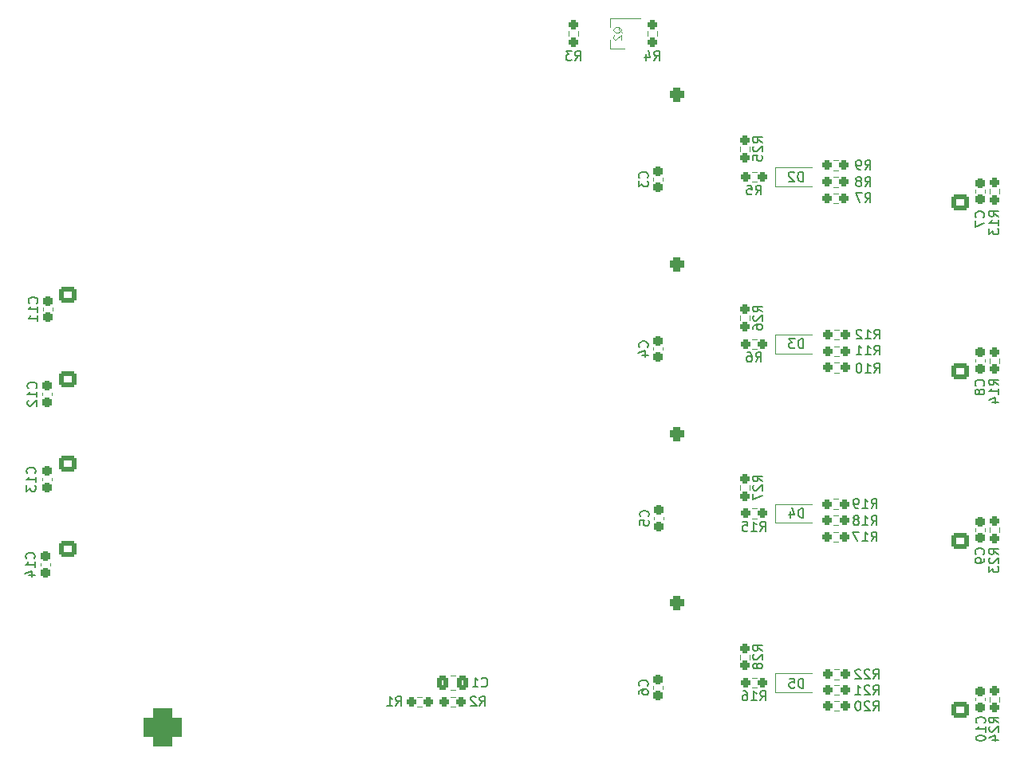
<source format=gbo>
%TF.GenerationSoftware,KiCad,Pcbnew,(6.0.11)*%
%TF.CreationDate,2023-08-03T09:01:04+09:00*%
%TF.ProjectId,power,706f7765-722e-46b6-9963-61645f706362,rev?*%
%TF.SameCoordinates,Original*%
%TF.FileFunction,Legend,Bot*%
%TF.FilePolarity,Positive*%
%FSLAX46Y46*%
G04 Gerber Fmt 4.6, Leading zero omitted, Abs format (unit mm)*
G04 Created by KiCad (PCBNEW (6.0.11)) date 2023-08-03 09:01:04*
%MOMM*%
%LPD*%
G01*
G04 APERTURE LIST*
G04 Aperture macros list*
%AMRoundRect*
0 Rectangle with rounded corners*
0 $1 Rounding radius*
0 $2 $3 $4 $5 $6 $7 $8 $9 X,Y pos of 4 corners*
0 Add a 4 corners polygon primitive as box body*
4,1,4,$2,$3,$4,$5,$6,$7,$8,$9,$2,$3,0*
0 Add four circle primitives for the rounded corners*
1,1,$1+$1,$2,$3*
1,1,$1+$1,$4,$5*
1,1,$1+$1,$6,$7*
1,1,$1+$1,$8,$9*
0 Add four rect primitives between the rounded corners*
20,1,$1+$1,$2,$3,$4,$5,0*
20,1,$1+$1,$4,$5,$6,$7,0*
20,1,$1+$1,$6,$7,$8,$9,0*
20,1,$1+$1,$8,$9,$2,$3,0*%
G04 Aperture macros list end*
%ADD10C,0.150000*%
%ADD11C,0.120000*%
%ADD12C,1.400000*%
%ADD13R,3.500000X3.500000*%
%ADD14C,3.500000*%
%ADD15RoundRect,0.250000X0.675000X-0.600000X0.675000X0.600000X-0.675000X0.600000X-0.675000X-0.600000X0*%
%ADD16O,1.850000X1.700000*%
%ADD17RoundRect,0.381000X-0.381000X-0.381000X0.381000X-0.381000X0.381000X0.381000X-0.381000X0.381000X0*%
%ADD18C,1.524000*%
%ADD19RoundRect,0.250000X-0.675000X0.600000X-0.675000X-0.600000X0.675000X-0.600000X0.675000X0.600000X0*%
%ADD20C,2.780000*%
%ADD21R,1.600000X1.600000*%
%ADD22O,1.600000X1.600000*%
%ADD23O,4.000000X1.524000*%
%ADD24R,2.000000X0.900000*%
%ADD25RoundRect,1.025000X1.025000X-1.025000X1.025000X1.025000X-1.025000X1.025000X-1.025000X-1.025000X0*%
%ADD26C,4.100000*%
%ADD27RoundRect,0.237500X0.237500X-0.300000X0.237500X0.300000X-0.237500X0.300000X-0.237500X-0.300000X0*%
%ADD28RoundRect,0.237500X-0.250000X-0.237500X0.250000X-0.237500X0.250000X0.237500X-0.250000X0.237500X0*%
%ADD29RoundRect,0.237500X0.237500X-0.250000X0.237500X0.250000X-0.237500X0.250000X-0.237500X-0.250000X0*%
%ADD30RoundRect,0.237500X0.250000X0.237500X-0.250000X0.237500X-0.250000X-0.237500X0.250000X-0.237500X0*%
%ADD31R,0.900000X1.200000*%
%ADD32RoundRect,0.237500X-0.237500X0.250000X-0.237500X-0.250000X0.237500X-0.250000X0.237500X0.250000X0*%
%ADD33R,1.900000X0.800000*%
%ADD34RoundRect,0.250000X-0.337500X-0.475000X0.337500X-0.475000X0.337500X0.475000X-0.337500X0.475000X0*%
G04 APERTURE END LIST*
D10*
%TO.C,C12*%
X101207142Y-100424642D02*
X101254761Y-100377023D01*
X101302380Y-100234166D01*
X101302380Y-100138928D01*
X101254761Y-99996071D01*
X101159523Y-99900833D01*
X101064285Y-99853214D01*
X100873809Y-99805595D01*
X100730952Y-99805595D01*
X100540476Y-99853214D01*
X100445238Y-99900833D01*
X100350000Y-99996071D01*
X100302380Y-100138928D01*
X100302380Y-100234166D01*
X100350000Y-100377023D01*
X100397619Y-100424642D01*
X101302380Y-101377023D02*
X101302380Y-100805595D01*
X101302380Y-101091309D02*
X100302380Y-101091309D01*
X100445238Y-100996071D01*
X100540476Y-100900833D01*
X100588095Y-100805595D01*
X100397619Y-101757976D02*
X100350000Y-101805595D01*
X100302380Y-101900833D01*
X100302380Y-102138928D01*
X100350000Y-102234166D01*
X100397619Y-102281785D01*
X100492857Y-102329404D01*
X100588095Y-102329404D01*
X100730952Y-102281785D01*
X101302380Y-101710357D01*
X101302380Y-102329404D01*
%TO.C,R2*%
X148316666Y-134202380D02*
X148650000Y-133726190D01*
X148888095Y-134202380D02*
X148888095Y-133202380D01*
X148507142Y-133202380D01*
X148411904Y-133250000D01*
X148364285Y-133297619D01*
X148316666Y-133392857D01*
X148316666Y-133535714D01*
X148364285Y-133630952D01*
X148411904Y-133678571D01*
X148507142Y-133726190D01*
X148888095Y-133726190D01*
X147935714Y-133297619D02*
X147888095Y-133250000D01*
X147792857Y-133202380D01*
X147554761Y-133202380D01*
X147459523Y-133250000D01*
X147411904Y-133297619D01*
X147364285Y-133392857D01*
X147364285Y-133488095D01*
X147411904Y-133630952D01*
X147983333Y-134202380D01*
X147364285Y-134202380D01*
%TO.C,C4*%
X166107142Y-96083333D02*
X166154761Y-96035714D01*
X166202380Y-95892857D01*
X166202380Y-95797619D01*
X166154761Y-95654761D01*
X166059523Y-95559523D01*
X165964285Y-95511904D01*
X165773809Y-95464285D01*
X165630952Y-95464285D01*
X165440476Y-95511904D01*
X165345238Y-95559523D01*
X165250000Y-95654761D01*
X165202380Y-95797619D01*
X165202380Y-95892857D01*
X165250000Y-96035714D01*
X165297619Y-96083333D01*
X165535714Y-96940476D02*
X166202380Y-96940476D01*
X165154761Y-96702380D02*
X165869047Y-96464285D01*
X165869047Y-97083333D01*
%TO.C,R3*%
X158416666Y-65602380D02*
X158750000Y-65126190D01*
X158988095Y-65602380D02*
X158988095Y-64602380D01*
X158607142Y-64602380D01*
X158511904Y-64650000D01*
X158464285Y-64697619D01*
X158416666Y-64792857D01*
X158416666Y-64935714D01*
X158464285Y-65030952D01*
X158511904Y-65078571D01*
X158607142Y-65126190D01*
X158988095Y-65126190D01*
X158083333Y-64602380D02*
X157464285Y-64602380D01*
X157797619Y-64983333D01*
X157654761Y-64983333D01*
X157559523Y-65030952D01*
X157511904Y-65078571D01*
X157464285Y-65173809D01*
X157464285Y-65411904D01*
X157511904Y-65507142D01*
X157559523Y-65554761D01*
X157654761Y-65602380D01*
X157940476Y-65602380D01*
X158035714Y-65554761D01*
X158083333Y-65507142D01*
%TO.C,R12*%
X190192857Y-95202380D02*
X190526190Y-94726190D01*
X190764285Y-95202380D02*
X190764285Y-94202380D01*
X190383333Y-94202380D01*
X190288095Y-94250000D01*
X190240476Y-94297619D01*
X190192857Y-94392857D01*
X190192857Y-94535714D01*
X190240476Y-94630952D01*
X190288095Y-94678571D01*
X190383333Y-94726190D01*
X190764285Y-94726190D01*
X189240476Y-95202380D02*
X189811904Y-95202380D01*
X189526190Y-95202380D02*
X189526190Y-94202380D01*
X189621428Y-94345238D01*
X189716666Y-94440476D01*
X189811904Y-94488095D01*
X188859523Y-94297619D02*
X188811904Y-94250000D01*
X188716666Y-94202380D01*
X188478571Y-94202380D01*
X188383333Y-94250000D01*
X188335714Y-94297619D01*
X188288095Y-94392857D01*
X188288095Y-94488095D01*
X188335714Y-94630952D01*
X188907142Y-95202380D01*
X188288095Y-95202380D01*
%TO.C,D4*%
X182688095Y-114202380D02*
X182688095Y-113202380D01*
X182450000Y-113202380D01*
X182307142Y-113250000D01*
X182211904Y-113345238D01*
X182164285Y-113440476D01*
X182116666Y-113630952D01*
X182116666Y-113773809D01*
X182164285Y-113964285D01*
X182211904Y-114059523D01*
X182307142Y-114154761D01*
X182450000Y-114202380D01*
X182688095Y-114202380D01*
X181259523Y-113535714D02*
X181259523Y-114202380D01*
X181497619Y-113154761D02*
X181735714Y-113869047D01*
X181116666Y-113869047D01*
%TO.C,R27*%
X178332380Y-110357142D02*
X177856190Y-110023809D01*
X178332380Y-109785714D02*
X177332380Y-109785714D01*
X177332380Y-110166666D01*
X177380000Y-110261904D01*
X177427619Y-110309523D01*
X177522857Y-110357142D01*
X177665714Y-110357142D01*
X177760952Y-110309523D01*
X177808571Y-110261904D01*
X177856190Y-110166666D01*
X177856190Y-109785714D01*
X177427619Y-110738095D02*
X177380000Y-110785714D01*
X177332380Y-110880952D01*
X177332380Y-111119047D01*
X177380000Y-111214285D01*
X177427619Y-111261904D01*
X177522857Y-111309523D01*
X177618095Y-111309523D01*
X177760952Y-111261904D01*
X178332380Y-110690476D01*
X178332380Y-111309523D01*
X177332380Y-111642857D02*
X177332380Y-112309523D01*
X178332380Y-111880952D01*
%TO.C,R20*%
X190092857Y-134702380D02*
X190426190Y-134226190D01*
X190664285Y-134702380D02*
X190664285Y-133702380D01*
X190283333Y-133702380D01*
X190188095Y-133750000D01*
X190140476Y-133797619D01*
X190092857Y-133892857D01*
X190092857Y-134035714D01*
X190140476Y-134130952D01*
X190188095Y-134178571D01*
X190283333Y-134226190D01*
X190664285Y-134226190D01*
X189711904Y-133797619D02*
X189664285Y-133750000D01*
X189569047Y-133702380D01*
X189330952Y-133702380D01*
X189235714Y-133750000D01*
X189188095Y-133797619D01*
X189140476Y-133892857D01*
X189140476Y-133988095D01*
X189188095Y-134130952D01*
X189759523Y-134702380D01*
X189140476Y-134702380D01*
X188521428Y-133702380D02*
X188426190Y-133702380D01*
X188330952Y-133750000D01*
X188283333Y-133797619D01*
X188235714Y-133892857D01*
X188188095Y-134083333D01*
X188188095Y-134321428D01*
X188235714Y-134511904D01*
X188283333Y-134607142D01*
X188330952Y-134654761D01*
X188426190Y-134702380D01*
X188521428Y-134702380D01*
X188616666Y-134654761D01*
X188664285Y-134607142D01*
X188711904Y-134511904D01*
X188759523Y-134321428D01*
X188759523Y-134083333D01*
X188711904Y-133892857D01*
X188664285Y-133797619D01*
X188616666Y-133750000D01*
X188521428Y-133702380D01*
%TO.C,R25*%
X178332380Y-74357142D02*
X177856190Y-74023809D01*
X178332380Y-73785714D02*
X177332380Y-73785714D01*
X177332380Y-74166666D01*
X177380000Y-74261904D01*
X177427619Y-74309523D01*
X177522857Y-74357142D01*
X177665714Y-74357142D01*
X177760952Y-74309523D01*
X177808571Y-74261904D01*
X177856190Y-74166666D01*
X177856190Y-73785714D01*
X177427619Y-74738095D02*
X177380000Y-74785714D01*
X177332380Y-74880952D01*
X177332380Y-75119047D01*
X177380000Y-75214285D01*
X177427619Y-75261904D01*
X177522857Y-75309523D01*
X177618095Y-75309523D01*
X177760952Y-75261904D01*
X178332380Y-74690476D01*
X178332380Y-75309523D01*
X177332380Y-76214285D02*
X177332380Y-75738095D01*
X177808571Y-75690476D01*
X177760952Y-75738095D01*
X177713333Y-75833333D01*
X177713333Y-76071428D01*
X177760952Y-76166666D01*
X177808571Y-76214285D01*
X177903809Y-76261904D01*
X178141904Y-76261904D01*
X178237142Y-76214285D01*
X178284761Y-76166666D01*
X178332380Y-76071428D01*
X178332380Y-75833333D01*
X178284761Y-75738095D01*
X178237142Y-75690476D01*
%TO.C,R4*%
X166816666Y-65602380D02*
X167150000Y-65126190D01*
X167388095Y-65602380D02*
X167388095Y-64602380D01*
X167007142Y-64602380D01*
X166911904Y-64650000D01*
X166864285Y-64697619D01*
X166816666Y-64792857D01*
X166816666Y-64935714D01*
X166864285Y-65030952D01*
X166911904Y-65078571D01*
X167007142Y-65126190D01*
X167388095Y-65126190D01*
X165959523Y-64935714D02*
X165959523Y-65602380D01*
X166197619Y-64554761D02*
X166435714Y-65269047D01*
X165816666Y-65269047D01*
%TO.C,R18*%
X189892857Y-115002380D02*
X190226190Y-114526190D01*
X190464285Y-115002380D02*
X190464285Y-114002380D01*
X190083333Y-114002380D01*
X189988095Y-114050000D01*
X189940476Y-114097619D01*
X189892857Y-114192857D01*
X189892857Y-114335714D01*
X189940476Y-114430952D01*
X189988095Y-114478571D01*
X190083333Y-114526190D01*
X190464285Y-114526190D01*
X188940476Y-115002380D02*
X189511904Y-115002380D01*
X189226190Y-115002380D02*
X189226190Y-114002380D01*
X189321428Y-114145238D01*
X189416666Y-114240476D01*
X189511904Y-114288095D01*
X188369047Y-114430952D02*
X188464285Y-114383333D01*
X188511904Y-114335714D01*
X188559523Y-114240476D01*
X188559523Y-114192857D01*
X188511904Y-114097619D01*
X188464285Y-114050000D01*
X188369047Y-114002380D01*
X188178571Y-114002380D01*
X188083333Y-114050000D01*
X188035714Y-114097619D01*
X187988095Y-114192857D01*
X187988095Y-114240476D01*
X188035714Y-114335714D01*
X188083333Y-114383333D01*
X188178571Y-114430952D01*
X188369047Y-114430952D01*
X188464285Y-114478571D01*
X188511904Y-114526190D01*
X188559523Y-114621428D01*
X188559523Y-114811904D01*
X188511904Y-114907142D01*
X188464285Y-114954761D01*
X188369047Y-115002380D01*
X188178571Y-115002380D01*
X188083333Y-114954761D01*
X188035714Y-114907142D01*
X187988095Y-114811904D01*
X187988095Y-114621428D01*
X188035714Y-114526190D01*
X188083333Y-114478571D01*
X188178571Y-114430952D01*
D11*
%TO.C,Q2*%
X163388095Y-62673809D02*
X163350000Y-62597619D01*
X163273809Y-62521428D01*
X163159523Y-62407142D01*
X163121428Y-62330952D01*
X163121428Y-62254761D01*
X163311904Y-62292857D02*
X163273809Y-62216666D01*
X163197619Y-62140476D01*
X163045238Y-62102380D01*
X162778571Y-62102380D01*
X162626190Y-62140476D01*
X162550000Y-62216666D01*
X162511904Y-62292857D01*
X162511904Y-62445238D01*
X162550000Y-62521428D01*
X162626190Y-62597619D01*
X162778571Y-62635714D01*
X163045238Y-62635714D01*
X163197619Y-62597619D01*
X163273809Y-62521428D01*
X163311904Y-62445238D01*
X163311904Y-62292857D01*
X162588095Y-62940476D02*
X162550000Y-62978571D01*
X162511904Y-63054761D01*
X162511904Y-63245238D01*
X162550000Y-63321428D01*
X162588095Y-63359523D01*
X162664285Y-63397619D01*
X162740476Y-63397619D01*
X162854761Y-63359523D01*
X163311904Y-62902380D01*
X163311904Y-63397619D01*
D10*
%TO.C,D3*%
X182688095Y-96202380D02*
X182688095Y-95202380D01*
X182450000Y-95202380D01*
X182307142Y-95250000D01*
X182211904Y-95345238D01*
X182164285Y-95440476D01*
X182116666Y-95630952D01*
X182116666Y-95773809D01*
X182164285Y-95964285D01*
X182211904Y-96059523D01*
X182307142Y-96154761D01*
X182450000Y-96202380D01*
X182688095Y-96202380D01*
X181783333Y-95202380D02*
X181164285Y-95202380D01*
X181497619Y-95583333D01*
X181354761Y-95583333D01*
X181259523Y-95630952D01*
X181211904Y-95678571D01*
X181164285Y-95773809D01*
X181164285Y-96011904D01*
X181211904Y-96107142D01*
X181259523Y-96154761D01*
X181354761Y-96202380D01*
X181640476Y-96202380D01*
X181735714Y-96154761D01*
X181783333Y-96107142D01*
%TO.C,R14*%
X203402380Y-100107142D02*
X202926190Y-99773809D01*
X203402380Y-99535714D02*
X202402380Y-99535714D01*
X202402380Y-99916666D01*
X202450000Y-100011904D01*
X202497619Y-100059523D01*
X202592857Y-100107142D01*
X202735714Y-100107142D01*
X202830952Y-100059523D01*
X202878571Y-100011904D01*
X202926190Y-99916666D01*
X202926190Y-99535714D01*
X203402380Y-101059523D02*
X203402380Y-100488095D01*
X203402380Y-100773809D02*
X202402380Y-100773809D01*
X202545238Y-100678571D01*
X202640476Y-100583333D01*
X202688095Y-100488095D01*
X202735714Y-101916666D02*
X203402380Y-101916666D01*
X202354761Y-101678571D02*
X203069047Y-101440476D01*
X203069047Y-102059523D01*
%TO.C,R10*%
X190192857Y-98802380D02*
X190526190Y-98326190D01*
X190764285Y-98802380D02*
X190764285Y-97802380D01*
X190383333Y-97802380D01*
X190288095Y-97850000D01*
X190240476Y-97897619D01*
X190192857Y-97992857D01*
X190192857Y-98135714D01*
X190240476Y-98230952D01*
X190288095Y-98278571D01*
X190383333Y-98326190D01*
X190764285Y-98326190D01*
X189240476Y-98802380D02*
X189811904Y-98802380D01*
X189526190Y-98802380D02*
X189526190Y-97802380D01*
X189621428Y-97945238D01*
X189716666Y-98040476D01*
X189811904Y-98088095D01*
X188621428Y-97802380D02*
X188526190Y-97802380D01*
X188430952Y-97850000D01*
X188383333Y-97897619D01*
X188335714Y-97992857D01*
X188288095Y-98183333D01*
X188288095Y-98421428D01*
X188335714Y-98611904D01*
X188383333Y-98707142D01*
X188430952Y-98754761D01*
X188526190Y-98802380D01*
X188621428Y-98802380D01*
X188716666Y-98754761D01*
X188764285Y-98707142D01*
X188811904Y-98611904D01*
X188859523Y-98421428D01*
X188859523Y-98183333D01*
X188811904Y-97992857D01*
X188764285Y-97897619D01*
X188716666Y-97850000D01*
X188621428Y-97802380D01*
%TO.C,R21*%
X190092857Y-133002380D02*
X190426190Y-132526190D01*
X190664285Y-133002380D02*
X190664285Y-132002380D01*
X190283333Y-132002380D01*
X190188095Y-132050000D01*
X190140476Y-132097619D01*
X190092857Y-132192857D01*
X190092857Y-132335714D01*
X190140476Y-132430952D01*
X190188095Y-132478571D01*
X190283333Y-132526190D01*
X190664285Y-132526190D01*
X189711904Y-132097619D02*
X189664285Y-132050000D01*
X189569047Y-132002380D01*
X189330952Y-132002380D01*
X189235714Y-132050000D01*
X189188095Y-132097619D01*
X189140476Y-132192857D01*
X189140476Y-132288095D01*
X189188095Y-132430952D01*
X189759523Y-133002380D01*
X189140476Y-133002380D01*
X188188095Y-133002380D02*
X188759523Y-133002380D01*
X188473809Y-133002380D02*
X188473809Y-132002380D01*
X188569047Y-132145238D01*
X188664285Y-132240476D01*
X188759523Y-132288095D01*
%TO.C,C14*%
X101007142Y-118537142D02*
X101054761Y-118489523D01*
X101102380Y-118346666D01*
X101102380Y-118251428D01*
X101054761Y-118108571D01*
X100959523Y-118013333D01*
X100864285Y-117965714D01*
X100673809Y-117918095D01*
X100530952Y-117918095D01*
X100340476Y-117965714D01*
X100245238Y-118013333D01*
X100150000Y-118108571D01*
X100102380Y-118251428D01*
X100102380Y-118346666D01*
X100150000Y-118489523D01*
X100197619Y-118537142D01*
X101102380Y-119489523D02*
X101102380Y-118918095D01*
X101102380Y-119203809D02*
X100102380Y-119203809D01*
X100245238Y-119108571D01*
X100340476Y-119013333D01*
X100388095Y-118918095D01*
X100435714Y-120346666D02*
X101102380Y-120346666D01*
X100054761Y-120108571D02*
X100769047Y-119870476D01*
X100769047Y-120489523D01*
%TO.C,R7*%
X189216666Y-80702380D02*
X189550000Y-80226190D01*
X189788095Y-80702380D02*
X189788095Y-79702380D01*
X189407142Y-79702380D01*
X189311904Y-79750000D01*
X189264285Y-79797619D01*
X189216666Y-79892857D01*
X189216666Y-80035714D01*
X189264285Y-80130952D01*
X189311904Y-80178571D01*
X189407142Y-80226190D01*
X189788095Y-80226190D01*
X188883333Y-79702380D02*
X188216666Y-79702380D01*
X188645238Y-80702380D01*
%TO.C,R23*%
X203402380Y-118107142D02*
X202926190Y-117773809D01*
X203402380Y-117535714D02*
X202402380Y-117535714D01*
X202402380Y-117916666D01*
X202450000Y-118011904D01*
X202497619Y-118059523D01*
X202592857Y-118107142D01*
X202735714Y-118107142D01*
X202830952Y-118059523D01*
X202878571Y-118011904D01*
X202926190Y-117916666D01*
X202926190Y-117535714D01*
X202497619Y-118488095D02*
X202450000Y-118535714D01*
X202402380Y-118630952D01*
X202402380Y-118869047D01*
X202450000Y-118964285D01*
X202497619Y-119011904D01*
X202592857Y-119059523D01*
X202688095Y-119059523D01*
X202830952Y-119011904D01*
X203402380Y-118440476D01*
X203402380Y-119059523D01*
X202402380Y-119392857D02*
X202402380Y-120011904D01*
X202783333Y-119678571D01*
X202783333Y-119821428D01*
X202830952Y-119916666D01*
X202878571Y-119964285D01*
X202973809Y-120011904D01*
X203211904Y-120011904D01*
X203307142Y-119964285D01*
X203354761Y-119916666D01*
X203402380Y-119821428D01*
X203402380Y-119535714D01*
X203354761Y-119440476D01*
X203307142Y-119392857D01*
%TO.C,C6*%
X166107142Y-132083333D02*
X166154761Y-132035714D01*
X166202380Y-131892857D01*
X166202380Y-131797619D01*
X166154761Y-131654761D01*
X166059523Y-131559523D01*
X165964285Y-131511904D01*
X165773809Y-131464285D01*
X165630952Y-131464285D01*
X165440476Y-131511904D01*
X165345238Y-131559523D01*
X165250000Y-131654761D01*
X165202380Y-131797619D01*
X165202380Y-131892857D01*
X165250000Y-132035714D01*
X165297619Y-132083333D01*
X165202380Y-132940476D02*
X165202380Y-132750000D01*
X165250000Y-132654761D01*
X165297619Y-132607142D01*
X165440476Y-132511904D01*
X165630952Y-132464285D01*
X166011904Y-132464285D01*
X166107142Y-132511904D01*
X166154761Y-132559523D01*
X166202380Y-132654761D01*
X166202380Y-132845238D01*
X166154761Y-132940476D01*
X166107142Y-132988095D01*
X166011904Y-133035714D01*
X165773809Y-133035714D01*
X165678571Y-132988095D01*
X165630952Y-132940476D01*
X165583333Y-132845238D01*
X165583333Y-132654761D01*
X165630952Y-132559523D01*
X165678571Y-132511904D01*
X165773809Y-132464285D01*
%TO.C,C3*%
X166107142Y-78083333D02*
X166154761Y-78035714D01*
X166202380Y-77892857D01*
X166202380Y-77797619D01*
X166154761Y-77654761D01*
X166059523Y-77559523D01*
X165964285Y-77511904D01*
X165773809Y-77464285D01*
X165630952Y-77464285D01*
X165440476Y-77511904D01*
X165345238Y-77559523D01*
X165250000Y-77654761D01*
X165202380Y-77797619D01*
X165202380Y-77892857D01*
X165250000Y-78035714D01*
X165297619Y-78083333D01*
X165202380Y-78416666D02*
X165202380Y-79035714D01*
X165583333Y-78702380D01*
X165583333Y-78845238D01*
X165630952Y-78940476D01*
X165678571Y-78988095D01*
X165773809Y-79035714D01*
X166011904Y-79035714D01*
X166107142Y-78988095D01*
X166154761Y-78940476D01*
X166202380Y-78845238D01*
X166202380Y-78559523D01*
X166154761Y-78464285D01*
X166107142Y-78416666D01*
%TO.C,C1*%
X148516666Y-132107142D02*
X148564285Y-132154761D01*
X148707142Y-132202380D01*
X148802380Y-132202380D01*
X148945238Y-132154761D01*
X149040476Y-132059523D01*
X149088095Y-131964285D01*
X149135714Y-131773809D01*
X149135714Y-131630952D01*
X149088095Y-131440476D01*
X149040476Y-131345238D01*
X148945238Y-131250000D01*
X148802380Y-131202380D01*
X148707142Y-131202380D01*
X148564285Y-131250000D01*
X148516666Y-131297619D01*
X147564285Y-132202380D02*
X148135714Y-132202380D01*
X147850000Y-132202380D02*
X147850000Y-131202380D01*
X147945238Y-131345238D01*
X148040476Y-131440476D01*
X148135714Y-131488095D01*
%TO.C,R11*%
X190192857Y-96902380D02*
X190526190Y-96426190D01*
X190764285Y-96902380D02*
X190764285Y-95902380D01*
X190383333Y-95902380D01*
X190288095Y-95950000D01*
X190240476Y-95997619D01*
X190192857Y-96092857D01*
X190192857Y-96235714D01*
X190240476Y-96330952D01*
X190288095Y-96378571D01*
X190383333Y-96426190D01*
X190764285Y-96426190D01*
X189240476Y-96902380D02*
X189811904Y-96902380D01*
X189526190Y-96902380D02*
X189526190Y-95902380D01*
X189621428Y-96045238D01*
X189716666Y-96140476D01*
X189811904Y-96188095D01*
X188288095Y-96902380D02*
X188859523Y-96902380D01*
X188573809Y-96902380D02*
X188573809Y-95902380D01*
X188669047Y-96045238D01*
X188764285Y-96140476D01*
X188859523Y-96188095D01*
%TO.C,R1*%
X139416666Y-134202380D02*
X139750000Y-133726190D01*
X139988095Y-134202380D02*
X139988095Y-133202380D01*
X139607142Y-133202380D01*
X139511904Y-133250000D01*
X139464285Y-133297619D01*
X139416666Y-133392857D01*
X139416666Y-133535714D01*
X139464285Y-133630952D01*
X139511904Y-133678571D01*
X139607142Y-133726190D01*
X139988095Y-133726190D01*
X138464285Y-134202380D02*
X139035714Y-134202380D01*
X138750000Y-134202380D02*
X138750000Y-133202380D01*
X138845238Y-133345238D01*
X138940476Y-133440476D01*
X139035714Y-133488095D01*
%TO.C,C11*%
X101307142Y-91407142D02*
X101354761Y-91359523D01*
X101402380Y-91216666D01*
X101402380Y-91121428D01*
X101354761Y-90978571D01*
X101259523Y-90883333D01*
X101164285Y-90835714D01*
X100973809Y-90788095D01*
X100830952Y-90788095D01*
X100640476Y-90835714D01*
X100545238Y-90883333D01*
X100450000Y-90978571D01*
X100402380Y-91121428D01*
X100402380Y-91216666D01*
X100450000Y-91359523D01*
X100497619Y-91407142D01*
X101402380Y-92359523D02*
X101402380Y-91788095D01*
X101402380Y-92073809D02*
X100402380Y-92073809D01*
X100545238Y-91978571D01*
X100640476Y-91883333D01*
X100688095Y-91788095D01*
X101402380Y-93311904D02*
X101402380Y-92740476D01*
X101402380Y-93026190D02*
X100402380Y-93026190D01*
X100545238Y-92930952D01*
X100640476Y-92835714D01*
X100688095Y-92740476D01*
%TO.C,D5*%
X182688095Y-132302380D02*
X182688095Y-131302380D01*
X182450000Y-131302380D01*
X182307142Y-131350000D01*
X182211904Y-131445238D01*
X182164285Y-131540476D01*
X182116666Y-131730952D01*
X182116666Y-131873809D01*
X182164285Y-132064285D01*
X182211904Y-132159523D01*
X182307142Y-132254761D01*
X182450000Y-132302380D01*
X182688095Y-132302380D01*
X181211904Y-131302380D02*
X181688095Y-131302380D01*
X181735714Y-131778571D01*
X181688095Y-131730952D01*
X181592857Y-131683333D01*
X181354761Y-131683333D01*
X181259523Y-131730952D01*
X181211904Y-131778571D01*
X181164285Y-131873809D01*
X181164285Y-132111904D01*
X181211904Y-132207142D01*
X181259523Y-132254761D01*
X181354761Y-132302380D01*
X181592857Y-132302380D01*
X181688095Y-132254761D01*
X181735714Y-132207142D01*
%TO.C,R19*%
X189892857Y-113202380D02*
X190226190Y-112726190D01*
X190464285Y-113202380D02*
X190464285Y-112202380D01*
X190083333Y-112202380D01*
X189988095Y-112250000D01*
X189940476Y-112297619D01*
X189892857Y-112392857D01*
X189892857Y-112535714D01*
X189940476Y-112630952D01*
X189988095Y-112678571D01*
X190083333Y-112726190D01*
X190464285Y-112726190D01*
X188940476Y-113202380D02*
X189511904Y-113202380D01*
X189226190Y-113202380D02*
X189226190Y-112202380D01*
X189321428Y-112345238D01*
X189416666Y-112440476D01*
X189511904Y-112488095D01*
X188464285Y-113202380D02*
X188273809Y-113202380D01*
X188178571Y-113154761D01*
X188130952Y-113107142D01*
X188035714Y-112964285D01*
X187988095Y-112773809D01*
X187988095Y-112392857D01*
X188035714Y-112297619D01*
X188083333Y-112250000D01*
X188178571Y-112202380D01*
X188369047Y-112202380D01*
X188464285Y-112250000D01*
X188511904Y-112297619D01*
X188559523Y-112392857D01*
X188559523Y-112630952D01*
X188511904Y-112726190D01*
X188464285Y-112773809D01*
X188369047Y-112821428D01*
X188178571Y-112821428D01*
X188083333Y-112773809D01*
X188035714Y-112726190D01*
X187988095Y-112630952D01*
%TO.C,R13*%
X203402380Y-82207142D02*
X202926190Y-81873809D01*
X203402380Y-81635714D02*
X202402380Y-81635714D01*
X202402380Y-82016666D01*
X202450000Y-82111904D01*
X202497619Y-82159523D01*
X202592857Y-82207142D01*
X202735714Y-82207142D01*
X202830952Y-82159523D01*
X202878571Y-82111904D01*
X202926190Y-82016666D01*
X202926190Y-81635714D01*
X203402380Y-83159523D02*
X203402380Y-82588095D01*
X203402380Y-82873809D02*
X202402380Y-82873809D01*
X202545238Y-82778571D01*
X202640476Y-82683333D01*
X202688095Y-82588095D01*
X202402380Y-83492857D02*
X202402380Y-84111904D01*
X202783333Y-83778571D01*
X202783333Y-83921428D01*
X202830952Y-84016666D01*
X202878571Y-84064285D01*
X202973809Y-84111904D01*
X203211904Y-84111904D01*
X203307142Y-84064285D01*
X203354761Y-84016666D01*
X203402380Y-83921428D01*
X203402380Y-83635714D01*
X203354761Y-83540476D01*
X203307142Y-83492857D01*
%TO.C,R28*%
X178332380Y-128357142D02*
X177856190Y-128023809D01*
X178332380Y-127785714D02*
X177332380Y-127785714D01*
X177332380Y-128166666D01*
X177380000Y-128261904D01*
X177427619Y-128309523D01*
X177522857Y-128357142D01*
X177665714Y-128357142D01*
X177760952Y-128309523D01*
X177808571Y-128261904D01*
X177856190Y-128166666D01*
X177856190Y-127785714D01*
X177427619Y-128738095D02*
X177380000Y-128785714D01*
X177332380Y-128880952D01*
X177332380Y-129119047D01*
X177380000Y-129214285D01*
X177427619Y-129261904D01*
X177522857Y-129309523D01*
X177618095Y-129309523D01*
X177760952Y-129261904D01*
X178332380Y-128690476D01*
X178332380Y-129309523D01*
X177760952Y-129880952D02*
X177713333Y-129785714D01*
X177665714Y-129738095D01*
X177570476Y-129690476D01*
X177522857Y-129690476D01*
X177427619Y-129738095D01*
X177380000Y-129785714D01*
X177332380Y-129880952D01*
X177332380Y-130071428D01*
X177380000Y-130166666D01*
X177427619Y-130214285D01*
X177522857Y-130261904D01*
X177570476Y-130261904D01*
X177665714Y-130214285D01*
X177713333Y-130166666D01*
X177760952Y-130071428D01*
X177760952Y-129880952D01*
X177808571Y-129785714D01*
X177856190Y-129738095D01*
X177951428Y-129690476D01*
X178141904Y-129690476D01*
X178237142Y-129738095D01*
X178284761Y-129785714D01*
X178332380Y-129880952D01*
X178332380Y-130071428D01*
X178284761Y-130166666D01*
X178237142Y-130214285D01*
X178141904Y-130261904D01*
X177951428Y-130261904D01*
X177856190Y-130214285D01*
X177808571Y-130166666D01*
X177760952Y-130071428D01*
%TO.C,R17*%
X189892857Y-116702380D02*
X190226190Y-116226190D01*
X190464285Y-116702380D02*
X190464285Y-115702380D01*
X190083333Y-115702380D01*
X189988095Y-115750000D01*
X189940476Y-115797619D01*
X189892857Y-115892857D01*
X189892857Y-116035714D01*
X189940476Y-116130952D01*
X189988095Y-116178571D01*
X190083333Y-116226190D01*
X190464285Y-116226190D01*
X188940476Y-116702380D02*
X189511904Y-116702380D01*
X189226190Y-116702380D02*
X189226190Y-115702380D01*
X189321428Y-115845238D01*
X189416666Y-115940476D01*
X189511904Y-115988095D01*
X188607142Y-115702380D02*
X187940476Y-115702380D01*
X188369047Y-116702380D01*
%TO.C,R22*%
X190092857Y-131302380D02*
X190426190Y-130826190D01*
X190664285Y-131302380D02*
X190664285Y-130302380D01*
X190283333Y-130302380D01*
X190188095Y-130350000D01*
X190140476Y-130397619D01*
X190092857Y-130492857D01*
X190092857Y-130635714D01*
X190140476Y-130730952D01*
X190188095Y-130778571D01*
X190283333Y-130826190D01*
X190664285Y-130826190D01*
X189711904Y-130397619D02*
X189664285Y-130350000D01*
X189569047Y-130302380D01*
X189330952Y-130302380D01*
X189235714Y-130350000D01*
X189188095Y-130397619D01*
X189140476Y-130492857D01*
X189140476Y-130588095D01*
X189188095Y-130730952D01*
X189759523Y-131302380D01*
X189140476Y-131302380D01*
X188759523Y-130397619D02*
X188711904Y-130350000D01*
X188616666Y-130302380D01*
X188378571Y-130302380D01*
X188283333Y-130350000D01*
X188235714Y-130397619D01*
X188188095Y-130492857D01*
X188188095Y-130588095D01*
X188235714Y-130730952D01*
X188807142Y-131302380D01*
X188188095Y-131302380D01*
%TO.C,R15*%
X178092857Y-115632380D02*
X178426190Y-115156190D01*
X178664285Y-115632380D02*
X178664285Y-114632380D01*
X178283333Y-114632380D01*
X178188095Y-114680000D01*
X178140476Y-114727619D01*
X178092857Y-114822857D01*
X178092857Y-114965714D01*
X178140476Y-115060952D01*
X178188095Y-115108571D01*
X178283333Y-115156190D01*
X178664285Y-115156190D01*
X177140476Y-115632380D02*
X177711904Y-115632380D01*
X177426190Y-115632380D02*
X177426190Y-114632380D01*
X177521428Y-114775238D01*
X177616666Y-114870476D01*
X177711904Y-114918095D01*
X176235714Y-114632380D02*
X176711904Y-114632380D01*
X176759523Y-115108571D01*
X176711904Y-115060952D01*
X176616666Y-115013333D01*
X176378571Y-115013333D01*
X176283333Y-115060952D01*
X176235714Y-115108571D01*
X176188095Y-115203809D01*
X176188095Y-115441904D01*
X176235714Y-115537142D01*
X176283333Y-115584761D01*
X176378571Y-115632380D01*
X176616666Y-115632380D01*
X176711904Y-115584761D01*
X176759523Y-115537142D01*
%TO.C,D2*%
X182638095Y-78452380D02*
X182638095Y-77452380D01*
X182400000Y-77452380D01*
X182257142Y-77500000D01*
X182161904Y-77595238D01*
X182114285Y-77690476D01*
X182066666Y-77880952D01*
X182066666Y-78023809D01*
X182114285Y-78214285D01*
X182161904Y-78309523D01*
X182257142Y-78404761D01*
X182400000Y-78452380D01*
X182638095Y-78452380D01*
X181685714Y-77547619D02*
X181638095Y-77500000D01*
X181542857Y-77452380D01*
X181304761Y-77452380D01*
X181209523Y-77500000D01*
X181161904Y-77547619D01*
X181114285Y-77642857D01*
X181114285Y-77738095D01*
X181161904Y-77880952D01*
X181733333Y-78452380D01*
X181114285Y-78452380D01*
%TO.C,C9*%
X201807142Y-118083333D02*
X201854761Y-118035714D01*
X201902380Y-117892857D01*
X201902380Y-117797619D01*
X201854761Y-117654761D01*
X201759523Y-117559523D01*
X201664285Y-117511904D01*
X201473809Y-117464285D01*
X201330952Y-117464285D01*
X201140476Y-117511904D01*
X201045238Y-117559523D01*
X200950000Y-117654761D01*
X200902380Y-117797619D01*
X200902380Y-117892857D01*
X200950000Y-118035714D01*
X200997619Y-118083333D01*
X201902380Y-118559523D02*
X201902380Y-118750000D01*
X201854761Y-118845238D01*
X201807142Y-118892857D01*
X201664285Y-118988095D01*
X201473809Y-119035714D01*
X201092857Y-119035714D01*
X200997619Y-118988095D01*
X200950000Y-118940476D01*
X200902380Y-118845238D01*
X200902380Y-118654761D01*
X200950000Y-118559523D01*
X200997619Y-118511904D01*
X201092857Y-118464285D01*
X201330952Y-118464285D01*
X201426190Y-118511904D01*
X201473809Y-118559523D01*
X201521428Y-118654761D01*
X201521428Y-118845238D01*
X201473809Y-118940476D01*
X201426190Y-118988095D01*
X201330952Y-119035714D01*
%TO.C,R26*%
X178332380Y-92332142D02*
X177856190Y-91998809D01*
X178332380Y-91760714D02*
X177332380Y-91760714D01*
X177332380Y-92141666D01*
X177380000Y-92236904D01*
X177427619Y-92284523D01*
X177522857Y-92332142D01*
X177665714Y-92332142D01*
X177760952Y-92284523D01*
X177808571Y-92236904D01*
X177856190Y-92141666D01*
X177856190Y-91760714D01*
X177427619Y-92713095D02*
X177380000Y-92760714D01*
X177332380Y-92855952D01*
X177332380Y-93094047D01*
X177380000Y-93189285D01*
X177427619Y-93236904D01*
X177522857Y-93284523D01*
X177618095Y-93284523D01*
X177760952Y-93236904D01*
X178332380Y-92665476D01*
X178332380Y-93284523D01*
X177332380Y-94141666D02*
X177332380Y-93951190D01*
X177380000Y-93855952D01*
X177427619Y-93808333D01*
X177570476Y-93713095D01*
X177760952Y-93665476D01*
X178141904Y-93665476D01*
X178237142Y-93713095D01*
X178284761Y-93760714D01*
X178332380Y-93855952D01*
X178332380Y-94046428D01*
X178284761Y-94141666D01*
X178237142Y-94189285D01*
X178141904Y-94236904D01*
X177903809Y-94236904D01*
X177808571Y-94189285D01*
X177760952Y-94141666D01*
X177713333Y-94046428D01*
X177713333Y-93855952D01*
X177760952Y-93760714D01*
X177808571Y-93713095D01*
X177903809Y-93665476D01*
%TO.C,C10*%
X201907142Y-136007142D02*
X201954761Y-135959523D01*
X202002380Y-135816666D01*
X202002380Y-135721428D01*
X201954761Y-135578571D01*
X201859523Y-135483333D01*
X201764285Y-135435714D01*
X201573809Y-135388095D01*
X201430952Y-135388095D01*
X201240476Y-135435714D01*
X201145238Y-135483333D01*
X201050000Y-135578571D01*
X201002380Y-135721428D01*
X201002380Y-135816666D01*
X201050000Y-135959523D01*
X201097619Y-136007142D01*
X202002380Y-136959523D02*
X202002380Y-136388095D01*
X202002380Y-136673809D02*
X201002380Y-136673809D01*
X201145238Y-136578571D01*
X201240476Y-136483333D01*
X201288095Y-136388095D01*
X201002380Y-137578571D02*
X201002380Y-137673809D01*
X201050000Y-137769047D01*
X201097619Y-137816666D01*
X201192857Y-137864285D01*
X201383333Y-137911904D01*
X201621428Y-137911904D01*
X201811904Y-137864285D01*
X201907142Y-137816666D01*
X201954761Y-137769047D01*
X202002380Y-137673809D01*
X202002380Y-137578571D01*
X201954761Y-137483333D01*
X201907142Y-137435714D01*
X201811904Y-137388095D01*
X201621428Y-137340476D01*
X201383333Y-137340476D01*
X201192857Y-137388095D01*
X201097619Y-137435714D01*
X201050000Y-137483333D01*
X201002380Y-137578571D01*
%TO.C,R16*%
X178092857Y-133632380D02*
X178426190Y-133156190D01*
X178664285Y-133632380D02*
X178664285Y-132632380D01*
X178283333Y-132632380D01*
X178188095Y-132680000D01*
X178140476Y-132727619D01*
X178092857Y-132822857D01*
X178092857Y-132965714D01*
X178140476Y-133060952D01*
X178188095Y-133108571D01*
X178283333Y-133156190D01*
X178664285Y-133156190D01*
X177140476Y-133632380D02*
X177711904Y-133632380D01*
X177426190Y-133632380D02*
X177426190Y-132632380D01*
X177521428Y-132775238D01*
X177616666Y-132870476D01*
X177711904Y-132918095D01*
X176283333Y-132632380D02*
X176473809Y-132632380D01*
X176569047Y-132680000D01*
X176616666Y-132727619D01*
X176711904Y-132870476D01*
X176759523Y-133060952D01*
X176759523Y-133441904D01*
X176711904Y-133537142D01*
X176664285Y-133584761D01*
X176569047Y-133632380D01*
X176378571Y-133632380D01*
X176283333Y-133584761D01*
X176235714Y-133537142D01*
X176188095Y-133441904D01*
X176188095Y-133203809D01*
X176235714Y-133108571D01*
X176283333Y-133060952D01*
X176378571Y-133013333D01*
X176569047Y-133013333D01*
X176664285Y-133060952D01*
X176711904Y-133108571D01*
X176759523Y-133203809D01*
%TO.C,R5*%
X177616666Y-79882380D02*
X177950000Y-79406190D01*
X178188095Y-79882380D02*
X178188095Y-78882380D01*
X177807142Y-78882380D01*
X177711904Y-78930000D01*
X177664285Y-78977619D01*
X177616666Y-79072857D01*
X177616666Y-79215714D01*
X177664285Y-79310952D01*
X177711904Y-79358571D01*
X177807142Y-79406190D01*
X178188095Y-79406190D01*
X176711904Y-78882380D02*
X177188095Y-78882380D01*
X177235714Y-79358571D01*
X177188095Y-79310952D01*
X177092857Y-79263333D01*
X176854761Y-79263333D01*
X176759523Y-79310952D01*
X176711904Y-79358571D01*
X176664285Y-79453809D01*
X176664285Y-79691904D01*
X176711904Y-79787142D01*
X176759523Y-79834761D01*
X176854761Y-79882380D01*
X177092857Y-79882380D01*
X177188095Y-79834761D01*
X177235714Y-79787142D01*
%TO.C,C7*%
X201807142Y-82283333D02*
X201854761Y-82235714D01*
X201902380Y-82092857D01*
X201902380Y-81997619D01*
X201854761Y-81854761D01*
X201759523Y-81759523D01*
X201664285Y-81711904D01*
X201473809Y-81664285D01*
X201330952Y-81664285D01*
X201140476Y-81711904D01*
X201045238Y-81759523D01*
X200950000Y-81854761D01*
X200902380Y-81997619D01*
X200902380Y-82092857D01*
X200950000Y-82235714D01*
X200997619Y-82283333D01*
X200902380Y-82616666D02*
X200902380Y-83283333D01*
X201902380Y-82854761D01*
%TO.C,R8*%
X189216666Y-79002380D02*
X189550000Y-78526190D01*
X189788095Y-79002380D02*
X189788095Y-78002380D01*
X189407142Y-78002380D01*
X189311904Y-78050000D01*
X189264285Y-78097619D01*
X189216666Y-78192857D01*
X189216666Y-78335714D01*
X189264285Y-78430952D01*
X189311904Y-78478571D01*
X189407142Y-78526190D01*
X189788095Y-78526190D01*
X188645238Y-78430952D02*
X188740476Y-78383333D01*
X188788095Y-78335714D01*
X188835714Y-78240476D01*
X188835714Y-78192857D01*
X188788095Y-78097619D01*
X188740476Y-78050000D01*
X188645238Y-78002380D01*
X188454761Y-78002380D01*
X188359523Y-78050000D01*
X188311904Y-78097619D01*
X188264285Y-78192857D01*
X188264285Y-78240476D01*
X188311904Y-78335714D01*
X188359523Y-78383333D01*
X188454761Y-78430952D01*
X188645238Y-78430952D01*
X188740476Y-78478571D01*
X188788095Y-78526190D01*
X188835714Y-78621428D01*
X188835714Y-78811904D01*
X188788095Y-78907142D01*
X188740476Y-78954761D01*
X188645238Y-79002380D01*
X188454761Y-79002380D01*
X188359523Y-78954761D01*
X188311904Y-78907142D01*
X188264285Y-78811904D01*
X188264285Y-78621428D01*
X188311904Y-78526190D01*
X188359523Y-78478571D01*
X188454761Y-78430952D01*
%TO.C,R6*%
X177616666Y-97632380D02*
X177950000Y-97156190D01*
X178188095Y-97632380D02*
X178188095Y-96632380D01*
X177807142Y-96632380D01*
X177711904Y-96680000D01*
X177664285Y-96727619D01*
X177616666Y-96822857D01*
X177616666Y-96965714D01*
X177664285Y-97060952D01*
X177711904Y-97108571D01*
X177807142Y-97156190D01*
X178188095Y-97156190D01*
X176759523Y-96632380D02*
X176950000Y-96632380D01*
X177045238Y-96680000D01*
X177092857Y-96727619D01*
X177188095Y-96870476D01*
X177235714Y-97060952D01*
X177235714Y-97441904D01*
X177188095Y-97537142D01*
X177140476Y-97584761D01*
X177045238Y-97632380D01*
X176854761Y-97632380D01*
X176759523Y-97584761D01*
X176711904Y-97537142D01*
X176664285Y-97441904D01*
X176664285Y-97203809D01*
X176711904Y-97108571D01*
X176759523Y-97060952D01*
X176854761Y-97013333D01*
X177045238Y-97013333D01*
X177140476Y-97060952D01*
X177188095Y-97108571D01*
X177235714Y-97203809D01*
%TO.C,R9*%
X189216666Y-77202380D02*
X189550000Y-76726190D01*
X189788095Y-77202380D02*
X189788095Y-76202380D01*
X189407142Y-76202380D01*
X189311904Y-76250000D01*
X189264285Y-76297619D01*
X189216666Y-76392857D01*
X189216666Y-76535714D01*
X189264285Y-76630952D01*
X189311904Y-76678571D01*
X189407142Y-76726190D01*
X189788095Y-76726190D01*
X188740476Y-77202380D02*
X188550000Y-77202380D01*
X188454761Y-77154761D01*
X188407142Y-77107142D01*
X188311904Y-76964285D01*
X188264285Y-76773809D01*
X188264285Y-76392857D01*
X188311904Y-76297619D01*
X188359523Y-76250000D01*
X188454761Y-76202380D01*
X188645238Y-76202380D01*
X188740476Y-76250000D01*
X188788095Y-76297619D01*
X188835714Y-76392857D01*
X188835714Y-76630952D01*
X188788095Y-76726190D01*
X188740476Y-76773809D01*
X188645238Y-76821428D01*
X188454761Y-76821428D01*
X188359523Y-76773809D01*
X188311904Y-76726190D01*
X188264285Y-76630952D01*
%TO.C,C8*%
X201807142Y-100183333D02*
X201854761Y-100135714D01*
X201902380Y-99992857D01*
X201902380Y-99897619D01*
X201854761Y-99754761D01*
X201759523Y-99659523D01*
X201664285Y-99611904D01*
X201473809Y-99564285D01*
X201330952Y-99564285D01*
X201140476Y-99611904D01*
X201045238Y-99659523D01*
X200950000Y-99754761D01*
X200902380Y-99897619D01*
X200902380Y-99992857D01*
X200950000Y-100135714D01*
X200997619Y-100183333D01*
X201330952Y-100754761D02*
X201283333Y-100659523D01*
X201235714Y-100611904D01*
X201140476Y-100564285D01*
X201092857Y-100564285D01*
X200997619Y-100611904D01*
X200950000Y-100659523D01*
X200902380Y-100754761D01*
X200902380Y-100945238D01*
X200950000Y-101040476D01*
X200997619Y-101088095D01*
X201092857Y-101135714D01*
X201140476Y-101135714D01*
X201235714Y-101088095D01*
X201283333Y-101040476D01*
X201330952Y-100945238D01*
X201330952Y-100754761D01*
X201378571Y-100659523D01*
X201426190Y-100611904D01*
X201521428Y-100564285D01*
X201711904Y-100564285D01*
X201807142Y-100611904D01*
X201854761Y-100659523D01*
X201902380Y-100754761D01*
X201902380Y-100945238D01*
X201854761Y-101040476D01*
X201807142Y-101088095D01*
X201711904Y-101135714D01*
X201521428Y-101135714D01*
X201426190Y-101088095D01*
X201378571Y-101040476D01*
X201330952Y-100945238D01*
%TO.C,C5*%
X166207142Y-114083333D02*
X166254761Y-114035714D01*
X166302380Y-113892857D01*
X166302380Y-113797619D01*
X166254761Y-113654761D01*
X166159523Y-113559523D01*
X166064285Y-113511904D01*
X165873809Y-113464285D01*
X165730952Y-113464285D01*
X165540476Y-113511904D01*
X165445238Y-113559523D01*
X165350000Y-113654761D01*
X165302380Y-113797619D01*
X165302380Y-113892857D01*
X165350000Y-114035714D01*
X165397619Y-114083333D01*
X165302380Y-114988095D02*
X165302380Y-114511904D01*
X165778571Y-114464285D01*
X165730952Y-114511904D01*
X165683333Y-114607142D01*
X165683333Y-114845238D01*
X165730952Y-114940476D01*
X165778571Y-114988095D01*
X165873809Y-115035714D01*
X166111904Y-115035714D01*
X166207142Y-114988095D01*
X166254761Y-114940476D01*
X166302380Y-114845238D01*
X166302380Y-114607142D01*
X166254761Y-114511904D01*
X166207142Y-114464285D01*
%TO.C,R24*%
X203402380Y-136007142D02*
X202926190Y-135673809D01*
X203402380Y-135435714D02*
X202402380Y-135435714D01*
X202402380Y-135816666D01*
X202450000Y-135911904D01*
X202497619Y-135959523D01*
X202592857Y-136007142D01*
X202735714Y-136007142D01*
X202830952Y-135959523D01*
X202878571Y-135911904D01*
X202926190Y-135816666D01*
X202926190Y-135435714D01*
X202497619Y-136388095D02*
X202450000Y-136435714D01*
X202402380Y-136530952D01*
X202402380Y-136769047D01*
X202450000Y-136864285D01*
X202497619Y-136911904D01*
X202592857Y-136959523D01*
X202688095Y-136959523D01*
X202830952Y-136911904D01*
X203402380Y-136340476D01*
X203402380Y-136959523D01*
X202735714Y-137816666D02*
X203402380Y-137816666D01*
X202354761Y-137578571D02*
X203069047Y-137340476D01*
X203069047Y-137959523D01*
%TO.C,C13*%
X101107142Y-109479642D02*
X101154761Y-109432023D01*
X101202380Y-109289166D01*
X101202380Y-109193928D01*
X101154761Y-109051071D01*
X101059523Y-108955833D01*
X100964285Y-108908214D01*
X100773809Y-108860595D01*
X100630952Y-108860595D01*
X100440476Y-108908214D01*
X100345238Y-108955833D01*
X100250000Y-109051071D01*
X100202380Y-109193928D01*
X100202380Y-109289166D01*
X100250000Y-109432023D01*
X100297619Y-109479642D01*
X101202380Y-110432023D02*
X101202380Y-109860595D01*
X101202380Y-110146309D02*
X100202380Y-110146309D01*
X100345238Y-110051071D01*
X100440476Y-109955833D01*
X100488095Y-109860595D01*
X100202380Y-110765357D02*
X100202380Y-111384404D01*
X100583333Y-111051071D01*
X100583333Y-111193928D01*
X100630952Y-111289166D01*
X100678571Y-111336785D01*
X100773809Y-111384404D01*
X101011904Y-111384404D01*
X101107142Y-111336785D01*
X101154761Y-111289166D01*
X101202380Y-111193928D01*
X101202380Y-110908214D01*
X101154761Y-110812976D01*
X101107142Y-110765357D01*
D11*
%TO.C,C12*%
X101860000Y-101213767D02*
X101860000Y-100921233D01*
X102880000Y-101213767D02*
X102880000Y-100921233D01*
%TO.C,R2*%
X145195276Y-133227500D02*
X145704724Y-133227500D01*
X145195276Y-134272500D02*
X145704724Y-134272500D01*
%TO.C,C4*%
X167710000Y-96396267D02*
X167710000Y-96103733D01*
X166690000Y-96396267D02*
X166690000Y-96103733D01*
%TO.C,R3*%
X158772500Y-63004724D02*
X158772500Y-62495276D01*
X157727500Y-63004724D02*
X157727500Y-62495276D01*
%TO.C,R12*%
X186454724Y-94227500D02*
X185945276Y-94227500D01*
X186454724Y-95272500D02*
X185945276Y-95272500D01*
%TO.C,D4*%
X179700000Y-114750000D02*
X179700000Y-112750000D01*
X179700000Y-112750000D02*
X183600000Y-112750000D01*
X179700000Y-114750000D02*
X183600000Y-114750000D01*
%TO.C,R27*%
X175927500Y-111254724D02*
X175927500Y-110745276D01*
X176972500Y-111254724D02*
X176972500Y-110745276D01*
%TO.C,R20*%
X186454724Y-134702500D02*
X185945276Y-134702500D01*
X186454724Y-133657500D02*
X185945276Y-133657500D01*
%TO.C,R25*%
X176972500Y-75254724D02*
X176972500Y-74745276D01*
X175927500Y-75254724D02*
X175927500Y-74745276D01*
%TO.C,R4*%
X167185000Y-62495276D02*
X167185000Y-63004724D01*
X166140000Y-62495276D02*
X166140000Y-63004724D01*
%TO.C,R18*%
X186367224Y-115022500D02*
X185857776Y-115022500D01*
X186367224Y-113977500D02*
X185857776Y-113977500D01*
%TO.C,Q2*%
X162190000Y-64330000D02*
X162190000Y-63400000D01*
X162190000Y-61170000D02*
X165350000Y-61170000D01*
X162190000Y-64330000D02*
X163650000Y-64330000D01*
X162190000Y-61170000D02*
X162190000Y-62100000D01*
%TO.C,D3*%
X179700000Y-96750000D02*
X183600000Y-96750000D01*
X179700000Y-96750000D02*
X179700000Y-94750000D01*
X179700000Y-94750000D02*
X183600000Y-94750000D01*
%TO.C,R14*%
X203472500Y-97245276D02*
X203472500Y-97754724D01*
X202427500Y-97245276D02*
X202427500Y-97754724D01*
%TO.C,R10*%
X186454724Y-97727500D02*
X185945276Y-97727500D01*
X186454724Y-98772500D02*
X185945276Y-98772500D01*
%TO.C,R21*%
X186454724Y-131977500D02*
X185945276Y-131977500D01*
X186454724Y-133022500D02*
X185945276Y-133022500D01*
%TO.C,C14*%
X102730000Y-119326267D02*
X102730000Y-119033733D01*
X101710000Y-119326267D02*
X101710000Y-119033733D01*
%TO.C,R7*%
X186342224Y-79727500D02*
X185832776Y-79727500D01*
X186342224Y-80772500D02*
X185832776Y-80772500D01*
%TO.C,R23*%
X203472500Y-115245276D02*
X203472500Y-115754724D01*
X202427500Y-115245276D02*
X202427500Y-115754724D01*
%TO.C,C6*%
X167710000Y-132396267D02*
X167710000Y-132103733D01*
X166690000Y-132396267D02*
X166690000Y-132103733D01*
%TO.C,C3*%
X166690000Y-78396267D02*
X166690000Y-78103733D01*
X167710000Y-78396267D02*
X167710000Y-78103733D01*
%TO.C,C1*%
X145188748Y-132485000D02*
X145711252Y-132485000D01*
X145188748Y-131015000D02*
X145711252Y-131015000D01*
%TO.C,R11*%
X186454724Y-95977500D02*
X185945276Y-95977500D01*
X186454724Y-97022500D02*
X185945276Y-97022500D01*
%TO.C,R1*%
X142204724Y-133227500D02*
X141695276Y-133227500D01*
X142204724Y-134272500D02*
X141695276Y-134272500D01*
%TO.C,C11*%
X102950000Y-92196267D02*
X102950000Y-91903733D01*
X101930000Y-92196267D02*
X101930000Y-91903733D01*
%TO.C,D5*%
X179700000Y-132750000D02*
X179700000Y-130750000D01*
X179700000Y-130750000D02*
X183600000Y-130750000D01*
X179700000Y-132750000D02*
X183600000Y-132750000D01*
%TO.C,R19*%
X186367224Y-112227500D02*
X185857776Y-112227500D01*
X186367224Y-113272500D02*
X185857776Y-113272500D01*
%TO.C,R13*%
X202427500Y-79245276D02*
X202427500Y-79754724D01*
X203472500Y-79245276D02*
X203472500Y-79754724D01*
%TO.C,R28*%
X175927500Y-129254724D02*
X175927500Y-128745276D01*
X176972500Y-129254724D02*
X176972500Y-128745276D01*
%TO.C,R17*%
X186367224Y-116772500D02*
X185857776Y-116772500D01*
X186367224Y-115727500D02*
X185857776Y-115727500D01*
%TO.C,R22*%
X186454724Y-130327500D02*
X185945276Y-130327500D01*
X186454724Y-131372500D02*
X185945276Y-131372500D01*
%TO.C,R15*%
X177195276Y-114272500D02*
X177704724Y-114272500D01*
X177195276Y-113227500D02*
X177704724Y-113227500D01*
%TO.C,D2*%
X179650000Y-77000000D02*
X183550000Y-77000000D01*
X179650000Y-79000000D02*
X183550000Y-79000000D01*
X179650000Y-79000000D02*
X179650000Y-77000000D01*
%TO.C,C9*%
X201960000Y-115646267D02*
X201960000Y-115353733D01*
X200940000Y-115646267D02*
X200940000Y-115353733D01*
%TO.C,R26*%
X176972500Y-93229724D02*
X176972500Y-92720276D01*
X175927500Y-93229724D02*
X175927500Y-92720276D01*
%TO.C,C10*%
X201960000Y-133646267D02*
X201960000Y-133353733D01*
X200940000Y-133646267D02*
X200940000Y-133353733D01*
%TO.C,R16*%
X177195276Y-131227500D02*
X177704724Y-131227500D01*
X177195276Y-132272500D02*
X177704724Y-132272500D01*
%TO.C,R5*%
X177195276Y-78522500D02*
X177704724Y-78522500D01*
X177195276Y-77477500D02*
X177704724Y-77477500D01*
%TO.C,C7*%
X200940000Y-79646267D02*
X200940000Y-79353733D01*
X201960000Y-79646267D02*
X201960000Y-79353733D01*
%TO.C,R8*%
X186342224Y-78007500D02*
X185832776Y-78007500D01*
X186342224Y-79052500D02*
X185832776Y-79052500D01*
%TO.C,R6*%
X177195276Y-96272500D02*
X177704724Y-96272500D01*
X177195276Y-95227500D02*
X177704724Y-95227500D01*
%TO.C,R9*%
X186342224Y-76227500D02*
X185832776Y-76227500D01*
X186342224Y-77272500D02*
X185832776Y-77272500D01*
%TO.C,C8*%
X200940000Y-97646267D02*
X200940000Y-97353733D01*
X201960000Y-97646267D02*
X201960000Y-97353733D01*
%TO.C,C5*%
X167860000Y-114396267D02*
X167860000Y-114103733D01*
X166840000Y-114396267D02*
X166840000Y-114103733D01*
%TO.C,R24*%
X203472500Y-133245276D02*
X203472500Y-133754724D01*
X202427500Y-133245276D02*
X202427500Y-133754724D01*
%TO.C,C13*%
X102900000Y-110268767D02*
X102900000Y-109976233D01*
X101880000Y-110268767D02*
X101880000Y-109976233D01*
%TD*%
%LPC*%
D12*
%TO.C,J12*%
X164450000Y-156350000D03*
X153450000Y-156350000D03*
D13*
X156450000Y-146350000D03*
D14*
X161450000Y-146350000D03*
%TD*%
D15*
%TO.C,J3*%
X199300000Y-98650000D03*
D16*
X199300000Y-96150000D03*
X199300000Y-93650000D03*
X199300000Y-91150000D03*
X199300000Y-88650000D03*
%TD*%
D17*
%TO.C,U3*%
X169250000Y-105300000D03*
D18*
X169250000Y-107840000D03*
X169250000Y-110380000D03*
X169250000Y-112920000D03*
X169250000Y-115460000D03*
X169250000Y-118000000D03*
X194650000Y-118000000D03*
X194650000Y-115460000D03*
X194650000Y-112920000D03*
X194650000Y-110380000D03*
X194650000Y-107840000D03*
X194650000Y-105300000D03*
%TD*%
D12*
%TO.C,J7*%
X108450000Y-156350000D03*
X119450000Y-156350000D03*
D13*
X111450000Y-146350000D03*
D14*
X116450000Y-146350000D03*
%TD*%
D17*
%TO.C,U4*%
X169250000Y-123300000D03*
D18*
X169250000Y-125840000D03*
X169250000Y-128380000D03*
X169250000Y-130920000D03*
X169250000Y-133460000D03*
X169250000Y-136000000D03*
X194650000Y-136000000D03*
X194650000Y-133460000D03*
X194650000Y-130920000D03*
X194650000Y-128380000D03*
X194650000Y-125840000D03*
X194650000Y-123300000D03*
%TD*%
D15*
%TO.C,J4*%
X199300000Y-116650000D03*
D16*
X199300000Y-114150000D03*
X199300000Y-111650000D03*
X199300000Y-109150000D03*
X199300000Y-106650000D03*
%TD*%
D12*
%TO.C,J6*%
X101625000Y-72250000D03*
X101625000Y-83250000D03*
D13*
X111625000Y-75250000D03*
D14*
X111625000Y-80250000D03*
%TD*%
D15*
%TO.C,J5*%
X199300000Y-134650000D03*
D16*
X199300000Y-132150000D03*
X199300000Y-129650000D03*
X199300000Y-127150000D03*
X199300000Y-124650000D03*
%TD*%
D17*
%TO.C,U2*%
X169250000Y-87300000D03*
D18*
X169250000Y-89840000D03*
X169250000Y-92380000D03*
X169250000Y-94920000D03*
X169250000Y-97460000D03*
X169250000Y-100000000D03*
X194650000Y-100000000D03*
X194650000Y-97460000D03*
X194650000Y-94920000D03*
X194650000Y-92380000D03*
X194650000Y-89840000D03*
X194650000Y-87300000D03*
%TD*%
D19*
%TO.C,J16*%
X104600000Y-117500000D03*
D16*
X104600000Y-120000000D03*
%TD*%
D19*
%TO.C,J10*%
X104600000Y-90500000D03*
D16*
X104600000Y-93000000D03*
%TD*%
D12*
%TO.C,J13*%
X168450000Y-156350000D03*
X179450000Y-156350000D03*
D13*
X171450000Y-146350000D03*
D14*
X176450000Y-146350000D03*
%TD*%
D12*
%TO.C,J14*%
X194450000Y-156350000D03*
X183450000Y-156350000D03*
D13*
X186450000Y-146350000D03*
D14*
X191450000Y-146350000D03*
%TD*%
D17*
%TO.C,U1*%
X169250000Y-69300000D03*
D18*
X169250000Y-71840000D03*
X169250000Y-74380000D03*
X169250000Y-76920000D03*
X169250000Y-79460000D03*
X169250000Y-82000000D03*
X194650000Y-82000000D03*
X194650000Y-79460000D03*
X194650000Y-76920000D03*
X194650000Y-74380000D03*
X194650000Y-71840000D03*
X194650000Y-69300000D03*
%TD*%
D20*
%TO.C,F1*%
X120250000Y-127890000D03*
X123650000Y-127890000D03*
X123650000Y-137810000D03*
X120250000Y-137810000D03*
%TD*%
D19*
%TO.C,J15*%
X104600000Y-108500000D03*
D16*
X104600000Y-111000000D03*
%TD*%
D12*
%TO.C,J8*%
X134450000Y-156350000D03*
X123450000Y-156350000D03*
D13*
X126450000Y-146350000D03*
D14*
X131450000Y-146350000D03*
%TD*%
D15*
%TO.C,J2*%
X199300000Y-80650000D03*
D16*
X199300000Y-78150000D03*
X199300000Y-75650000D03*
X199300000Y-73150000D03*
X199300000Y-70650000D03*
%TD*%
D18*
%TO.C,MES1*%
X138950000Y-59750000D03*
X136950000Y-59735000D03*
%TD*%
D21*
%TO.C,SW2*%
X182150000Y-49950000D03*
D22*
X182150000Y-52490000D03*
X182150000Y-55030000D03*
X182150000Y-57570000D03*
X189770000Y-57570000D03*
X189770000Y-55030000D03*
X189770000Y-52490000D03*
X189770000Y-49950000D03*
%TD*%
D23*
%TO.C,SW1*%
X162950000Y-58750000D03*
X162950000Y-52750000D03*
%TD*%
D12*
%TO.C,J9*%
X149450000Y-156350000D03*
X138450000Y-156350000D03*
D13*
X141450000Y-146350000D03*
D14*
X146450000Y-146350000D03*
%TD*%
D19*
%TO.C,J11*%
X104600000Y-99500000D03*
D16*
X104600000Y-102000000D03*
%TD*%
D24*
%TO.C,J1*%
X108700000Y-139600000D03*
X108700000Y-126100000D03*
D25*
X114700000Y-136450000D03*
D26*
X114700000Y-129250000D03*
%TD*%
D27*
%TO.C,C12*%
X102370000Y-101930000D03*
X102370000Y-100205000D03*
%TD*%
D28*
%TO.C,R2*%
X144537500Y-133750000D03*
X146362500Y-133750000D03*
%TD*%
D27*
%TO.C,C4*%
X167200000Y-97112500D03*
X167200000Y-95387500D03*
%TD*%
D29*
%TO.C,R3*%
X158250000Y-63662500D03*
X158250000Y-61837500D03*
%TD*%
D30*
%TO.C,R12*%
X187112500Y-94750000D03*
X185287500Y-94750000D03*
%TD*%
D31*
%TO.C,D4*%
X180300000Y-113750000D03*
X183600000Y-113750000D03*
%TD*%
D29*
%TO.C,R27*%
X176450000Y-111912500D03*
X176450000Y-110087500D03*
%TD*%
D30*
%TO.C,R20*%
X187112500Y-134180000D03*
X185287500Y-134180000D03*
%TD*%
D29*
%TO.C,R25*%
X176450000Y-75912500D03*
X176450000Y-74087500D03*
%TD*%
D32*
%TO.C,R4*%
X166662500Y-61837500D03*
X166662500Y-63662500D03*
%TD*%
D30*
%TO.C,R18*%
X187025000Y-114500000D03*
X185200000Y-114500000D03*
%TD*%
D33*
%TO.C,Q2*%
X164450000Y-61800000D03*
X164450000Y-63700000D03*
X161450000Y-62750000D03*
%TD*%
D31*
%TO.C,D3*%
X180300000Y-95750000D03*
X183600000Y-95750000D03*
%TD*%
D32*
%TO.C,R14*%
X202950000Y-96587500D03*
X202950000Y-98412500D03*
%TD*%
D30*
%TO.C,R10*%
X187112500Y-98250000D03*
X185287500Y-98250000D03*
%TD*%
%TO.C,R21*%
X187112500Y-132500000D03*
X185287500Y-132500000D03*
%TD*%
D27*
%TO.C,C14*%
X102220000Y-120042500D03*
X102220000Y-118317500D03*
%TD*%
D30*
%TO.C,R7*%
X187000000Y-80250000D03*
X185175000Y-80250000D03*
%TD*%
D32*
%TO.C,R23*%
X202950000Y-114587500D03*
X202950000Y-116412500D03*
%TD*%
D27*
%TO.C,C6*%
X167200000Y-133112500D03*
X167200000Y-131387500D03*
%TD*%
%TO.C,C3*%
X167200000Y-79112500D03*
X167200000Y-77387500D03*
%TD*%
D34*
%TO.C,C1*%
X144412500Y-131750000D03*
X146487500Y-131750000D03*
%TD*%
D30*
%TO.C,R11*%
X187112500Y-96500000D03*
X185287500Y-96500000D03*
%TD*%
%TO.C,R1*%
X142862500Y-133750000D03*
X141037500Y-133750000D03*
%TD*%
D27*
%TO.C,C11*%
X102440000Y-92912500D03*
X102440000Y-91187500D03*
%TD*%
D31*
%TO.C,D5*%
X180300000Y-131750000D03*
X183600000Y-131750000D03*
%TD*%
D30*
%TO.C,R19*%
X187025000Y-112750000D03*
X185200000Y-112750000D03*
%TD*%
D32*
%TO.C,R13*%
X202950000Y-78587500D03*
X202950000Y-80412500D03*
%TD*%
D29*
%TO.C,R28*%
X176450000Y-129912500D03*
X176450000Y-128087500D03*
%TD*%
D30*
%TO.C,R17*%
X187025000Y-116250000D03*
X185200000Y-116250000D03*
%TD*%
%TO.C,R22*%
X187112500Y-130850000D03*
X185287500Y-130850000D03*
%TD*%
D28*
%TO.C,R15*%
X176537500Y-113750000D03*
X178362500Y-113750000D03*
%TD*%
D31*
%TO.C,D2*%
X180250000Y-78000000D03*
X183550000Y-78000000D03*
%TD*%
D27*
%TO.C,C9*%
X201450000Y-116362500D03*
X201450000Y-114637500D03*
%TD*%
D29*
%TO.C,R26*%
X176450000Y-93887500D03*
X176450000Y-92062500D03*
%TD*%
D27*
%TO.C,C10*%
X201450000Y-134362500D03*
X201450000Y-132637500D03*
%TD*%
D28*
%TO.C,R16*%
X176537500Y-131750000D03*
X178362500Y-131750000D03*
%TD*%
%TO.C,R5*%
X176537500Y-78000000D03*
X178362500Y-78000000D03*
%TD*%
D27*
%TO.C,C7*%
X201450000Y-80362500D03*
X201450000Y-78637500D03*
%TD*%
D30*
%TO.C,R8*%
X187000000Y-78530000D03*
X185175000Y-78530000D03*
%TD*%
D28*
%TO.C,R6*%
X176537500Y-95750000D03*
X178362500Y-95750000D03*
%TD*%
D30*
%TO.C,R9*%
X187000000Y-76750000D03*
X185175000Y-76750000D03*
%TD*%
D27*
%TO.C,C8*%
X201450000Y-98362500D03*
X201450000Y-96637500D03*
%TD*%
%TO.C,C5*%
X167350000Y-115112500D03*
X167350000Y-113387500D03*
%TD*%
D32*
%TO.C,R24*%
X202950000Y-132587500D03*
X202950000Y-134412500D03*
%TD*%
D27*
%TO.C,C13*%
X102390000Y-110985000D03*
X102390000Y-109260000D03*
%TD*%
M02*

</source>
